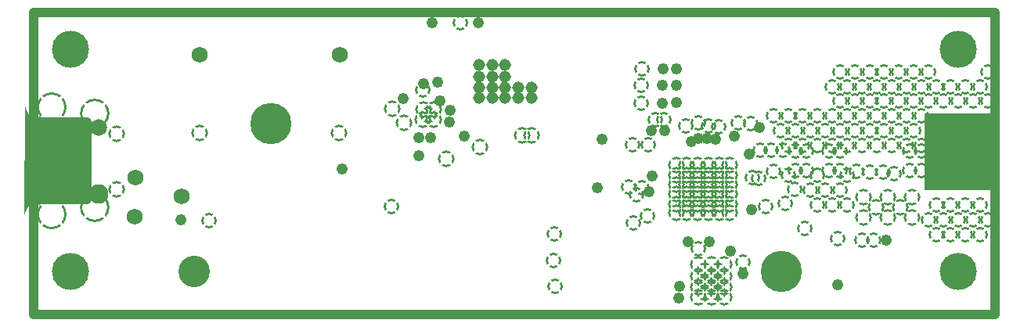
<source format=gbr>
%TF.GenerationSoftware,Altium Limited,Altium Designer,20.0.13 (296)*%
G04 Layer_Physical_Order=2*
G04 Layer_Color=32768*
%FSLAX45Y45*%
%MOMM*%
%TF.FileFunction,Copper,L2,Inr,Plane*%
%TF.Part,Single*%
G01*
G75*
%TA.AperFunction,NonConductor*%
%ADD71C,1.01600*%
%ADD72R,7.60000X8.40000*%
%TA.AperFunction,ComponentPad*%
%ADD73C,3.40600*%
%ADD74C,4.46600*%
%ADD75C,2.11600*%
%ADD76C,1.82600*%
G04:AMPARAMS|DCode=77|XSize=3.234mm|YSize=3.234mm|CornerRadius=0mm|HoleSize=0mm|Usage=FLASHONLY|Rotation=0.000|XOffset=0mm|YOffset=0mm|HoleType=Round|Shape=Relief|Width=0.254mm|Gap=0.254mm|Entries=4|*
%AMTHD77*
7,0,0,3.23400,2.72600,0.25400,45*
%
%ADD77THD77*%
G04:AMPARAMS|DCode=78|XSize=3.204mm|YSize=3.204mm|CornerRadius=0mm|HoleSize=0mm|Usage=FLASHONLY|Rotation=0.000|XOffset=0mm|YOffset=0mm|HoleType=Round|Shape=Relief|Width=0.254mm|Gap=0.254mm|Entries=4|*
%AMTHD78*
7,0,0,3.20400,2.69600,0.25400,45*
%
%ADD78THD78*%
%TA.AperFunction,ViaPad*%
G04:AMPARAMS|DCode=79|XSize=1.724mm|YSize=1.724mm|CornerRadius=0mm|HoleSize=0mm|Usage=FLASHONLY|Rotation=0.000|XOffset=0mm|YOffset=0mm|HoleType=Round|Shape=Relief|Width=0.254mm|Gap=0.254mm|Entries=4|*
%AMTHD79*
7,0,0,1.72400,1.21600,0.25400,45*
%
%ADD79THD79*%
G04:AMPARAMS|DCode=80|XSize=1.824mm|YSize=1.824mm|CornerRadius=0mm|HoleSize=0mm|Usage=FLASHONLY|Rotation=0.000|XOffset=0mm|YOffset=0mm|HoleType=Round|Shape=Relief|Width=0.254mm|Gap=0.254mm|Entries=4|*
%AMTHD80*
7,0,0,1.82400,1.31600,0.25400,45*
%
%ADD80THD80*%
%ADD81C,1.21600*%
%ADD82C,1.31600*%
%ADD83C,1.72720*%
%ADD84C,4.01600*%
G36*
X1507031Y6195735D02*
X1515211Y6157334D01*
X1530726Y6121267D01*
X1552979Y6088919D01*
X1581115Y6061535D01*
X1614053Y6040165D01*
X1650527Y6025632D01*
X1689135Y6018494D01*
X1708778Y6017796D01*
X2173862Y6017153D01*
X2173981Y5174003D01*
X1698877Y5175694D01*
Y5175694D01*
X1679260Y5174464D01*
X1640859Y5166284D01*
X1604792Y5150769D01*
X1572444Y5128516D01*
X1545060Y5100380D01*
X1523690Y5067442D01*
X1509158Y5030969D01*
X1502019Y4992360D01*
X1501321Y4972718D01*
X1505801Y6215352D01*
X1507031Y6195735D01*
D02*
G37*
D71*
X12000000Y3932000D02*
Y7200000D01*
X1600000D02*
X12000000D01*
X1600000D02*
X1600352Y6049054D01*
X1614053Y6040165D01*
X1600628Y5147905D02*
X1604792Y5150769D01*
X1600628Y5147905D02*
X1601000Y3932000D01*
X1614053Y6040165D02*
X1650527Y6025632D01*
X1689135Y6018494D01*
X1708778Y6017796D01*
X2173862Y6017153D01*
X2173981Y5174003D01*
X1698877Y5175694D02*
X2173981Y5174003D01*
X1698877Y5175694D02*
Y5175694D01*
X1679260Y5174464D02*
X1698877Y5175694D01*
X1640859Y5166284D02*
X1679260Y5174464D01*
X1604792Y5150769D02*
X1640859Y5166284D01*
X1601000Y3932000D02*
X12000000D01*
D72*
X11620000Y5690000D02*
D03*
D73*
X3337000Y4400000D02*
D03*
D74*
X4170000Y6000000D02*
D03*
X9690000Y4400000D02*
D03*
D75*
X2302500Y5240000D02*
D03*
D76*
Y5960000D02*
D03*
D77*
X1797500Y5020000D02*
D03*
Y6180000D02*
D03*
D78*
X2264500Y5090000D02*
D03*
Y6110000D02*
D03*
D79*
X11919995Y6559997D02*
D03*
X11839995Y6399997D02*
D03*
X11919995Y6239997D02*
D03*
X11839995Y5119998D02*
D03*
X11919995Y4959998D02*
D03*
X11839995Y4799998D02*
D03*
X11679995Y6399997D02*
D03*
X11759995Y6239997D02*
D03*
X11679995Y5119998D02*
D03*
X11759995Y4959998D02*
D03*
X11679995Y4799998D02*
D03*
X11519995Y6399997D02*
D03*
X11599995Y6239997D02*
D03*
X11519995Y5119998D02*
D03*
X11599995Y4959998D02*
D03*
X11519995Y4799998D02*
D03*
X11359995Y6399997D02*
D03*
X11439995Y6239997D02*
D03*
X11359995Y5119998D02*
D03*
X11439995Y4959998D02*
D03*
X11359995Y4799998D02*
D03*
X11279995Y6559997D02*
D03*
X11199995Y6399997D02*
D03*
X11279995Y6239997D02*
D03*
X11199995Y6079997D02*
D03*
Y5759998D02*
D03*
X11279995Y4959998D02*
D03*
X11119995Y6559997D02*
D03*
X11039995Y6399997D02*
D03*
X11119995Y6239997D02*
D03*
X11039995Y6079997D02*
D03*
X11119995Y5919998D02*
D03*
X11039995Y5759998D02*
D03*
X10959995Y6559997D02*
D03*
X10879996Y6399997D02*
D03*
X10959995Y6239997D02*
D03*
X10879996Y6079997D02*
D03*
X10959995Y5919998D02*
D03*
X10879996Y5759998D02*
D03*
X10799995Y6559997D02*
D03*
X10719996Y6399997D02*
D03*
X10799995Y6239997D02*
D03*
X10719996Y6079997D02*
D03*
X10799995Y5919998D02*
D03*
X10719996Y5759998D02*
D03*
X10639995Y6559997D02*
D03*
X10559996Y6399997D02*
D03*
X10639995Y6239997D02*
D03*
X10559996Y6079997D02*
D03*
X10639995Y5919998D02*
D03*
X10559996Y5759998D02*
D03*
X10479996Y6559997D02*
D03*
X10399996Y6399997D02*
D03*
X10479996Y6239997D02*
D03*
X10399996Y6079997D02*
D03*
X10479996Y5919998D02*
D03*
X10399996Y5759998D02*
D03*
Y5439998D02*
D03*
Y5119998D02*
D03*
X10319996Y6559997D02*
D03*
X10239996Y6399997D02*
D03*
X10319996Y6239997D02*
D03*
X10239996Y6079997D02*
D03*
X10319996Y5919998D02*
D03*
X10239996Y5759998D02*
D03*
X10319996Y5279998D02*
D03*
X10239996Y5119998D02*
D03*
X10079996Y6079997D02*
D03*
X10159996Y5919998D02*
D03*
X10079996Y5759998D02*
D03*
Y5439998D02*
D03*
X10159996Y5279998D02*
D03*
X10079996Y5119998D02*
D03*
X9919996Y6079997D02*
D03*
X9999996Y5919998D02*
D03*
X9919996Y5759998D02*
D03*
X9999996Y5279998D02*
D03*
X9759996Y6079997D02*
D03*
X9839996Y5919998D02*
D03*
X9759996Y5759998D02*
D03*
Y5439998D02*
D03*
X9599996Y6079997D02*
D03*
X9679996Y5919998D02*
D03*
X6220000Y7090000D02*
D03*
X3500000Y4950000D02*
D03*
X10640000Y5470000D02*
D03*
X9700000Y5710000D02*
D03*
X9600000Y5480000D02*
D03*
X9580000Y5710000D02*
D03*
X9460000D02*
D03*
X10910000Y5460000D02*
D03*
X10790000Y5470000D02*
D03*
X10500000Y5480000D02*
D03*
X11080000Y5490000D02*
D03*
X11200000D02*
D03*
Y5700000D02*
D03*
X11080000D02*
D03*
X10200000Y5490000D02*
D03*
X10320000D02*
D03*
Y5700000D02*
D03*
X10200000D02*
D03*
X9840000D02*
D03*
X9960000D02*
D03*
Y5490000D02*
D03*
X9840000D02*
D03*
X9517235Y5103122D02*
D03*
X5809988Y6359987D02*
D03*
X8790000Y4640000D02*
D03*
X9370000Y5410000D02*
D03*
X9439999Y5402700D02*
D03*
X8180000Y6590000D02*
D03*
X8170000Y6220000D02*
D03*
X10300000Y4750000D02*
D03*
X5470000Y5100000D02*
D03*
X8034000Y5314000D02*
D03*
X8177000Y5304000D02*
D03*
X8076000Y5769600D02*
D03*
X8246000D02*
D03*
X9939600Y4860000D02*
D03*
X8655000Y5969000D02*
D03*
X8786000Y6004600D02*
D03*
X8320000Y6040000D02*
D03*
X8170000Y6410000D02*
D03*
X9270000Y4500000D02*
D03*
X8240000Y5000000D02*
D03*
X10560000Y4740000D02*
D03*
X10690000D02*
D03*
X9830000Y5290000D02*
D03*
X9729367Y5131407D02*
D03*
X9361000Y6001000D02*
D03*
X9222000Y6004000D02*
D03*
X9007000Y5966000D02*
D03*
X8902000Y5971000D02*
D03*
X8420000Y6040000D02*
D03*
X8123000Y5229000D02*
D03*
X8090000Y4920000D02*
D03*
X7238000Y4239000D02*
D03*
X7228000Y4804000D02*
D03*
X7225000Y4516000D02*
D03*
D80*
X10970000Y5090000D02*
D03*
X10710000D02*
D03*
X11100000Y5200000D02*
D03*
X10580000D02*
D03*
X10836000D02*
D03*
X10840000Y4980000D02*
D03*
X11100000D02*
D03*
X10580000D02*
D03*
X8550000Y5550000D02*
D03*
Y5440000D02*
D03*
Y5340000D02*
D03*
Y5240000D02*
D03*
Y5130000D02*
D03*
X8660000Y5030000D02*
D03*
X8780000D02*
D03*
X8900000D02*
D03*
X9020000D02*
D03*
X2500000Y5890000D02*
D03*
Y5290000D02*
D03*
X8660000Y5240000D02*
D03*
X8780000D02*
D03*
X8900000D02*
D03*
X9020000D02*
D03*
X9130000D02*
D03*
Y5130000D02*
D03*
X9020000D02*
D03*
X8900000D02*
D03*
X8780000D02*
D03*
X8660000D02*
D03*
X9130000Y5030000D02*
D03*
X8550000D02*
D03*
X8660000Y5340000D02*
D03*
X8780000D02*
D03*
X8900000D02*
D03*
X9020000D02*
D03*
X9130000D02*
D03*
X8660000Y5440000D02*
D03*
X8780000D02*
D03*
X8900000D02*
D03*
X9020000D02*
D03*
X9130000D02*
D03*
Y5550000D02*
D03*
X9020000D02*
D03*
X8900000D02*
D03*
X8780000D02*
D03*
X8660000D02*
D03*
X9000000Y4170000D02*
D03*
X8860000D02*
D03*
Y4290000D02*
D03*
X9000000D02*
D03*
Y4410000D02*
D03*
X8860000D02*
D03*
X8790000Y4120000D02*
D03*
X9070000D02*
D03*
X8930000D02*
D03*
X8790000Y4230000D02*
D03*
X9070000D02*
D03*
X8930000D02*
D03*
X8790000Y4350000D02*
D03*
X9070000D02*
D03*
X8930000D02*
D03*
X9070000Y4470000D02*
D03*
X8930000D02*
D03*
X8790000D02*
D03*
X5608000Y6003000D02*
D03*
X5481000Y6155000D02*
D03*
X6060000Y5613000D02*
D03*
X6425000Y5743000D02*
D03*
X6881000Y5869000D02*
D03*
X6986000Y5871000D02*
D03*
X5872000Y6095000D02*
D03*
X5813000Y6038000D02*
D03*
X5929000Y6037000D02*
D03*
Y6152000D02*
D03*
X5816000Y6151000D02*
D03*
X4900000Y5900000D02*
D03*
X3400000D02*
D03*
D81*
X6410000Y7090000D02*
D03*
X5910000D02*
D03*
X3190000Y4960000D02*
D03*
X9340000Y5670000D02*
D03*
X8680000Y4720000D02*
D03*
X8580000Y4110000D02*
D03*
X8590000Y4240000D02*
D03*
X6260000Y5860000D02*
D03*
X5970000Y6450000D02*
D03*
X6000000Y6240000D02*
D03*
X5600000Y6270000D02*
D03*
X5819988Y6429987D02*
D03*
X8910000Y4720000D02*
D03*
X9450000Y5960000D02*
D03*
X9366326Y5066326D02*
D03*
X8550000Y6230000D02*
D03*
Y6410000D02*
D03*
Y6590000D02*
D03*
X8410000D02*
D03*
X8400000Y6220000D02*
D03*
Y6410000D02*
D03*
X9180000Y5860000D02*
D03*
X10300000Y4250000D02*
D03*
X8980000Y5830000D02*
D03*
X8880000Y5840000D02*
D03*
X8790000D02*
D03*
X8423000Y5924000D02*
D03*
X8280000Y5920000D02*
D03*
X5770000Y5850000D02*
D03*
Y5650000D02*
D03*
X8290000Y5430000D02*
D03*
X8260000Y5260000D02*
D03*
X7700000Y5300000D02*
D03*
X7750000Y5830000D02*
D03*
X8710000Y5800000D02*
D03*
X6110000Y6140000D02*
D03*
X6098000Y6016000D02*
D03*
X5890100Y5850000D02*
D03*
X4940000Y5510000D02*
D03*
X10820000Y4740000D02*
D03*
X9140000Y4620000D02*
D03*
X9270000Y4370000D02*
D03*
D82*
X6420000Y6280000D02*
D03*
X6560000D02*
D03*
X6700000D02*
D03*
X6840000D02*
D03*
X6990000D02*
D03*
X6420000Y6390000D02*
D03*
X6560000D02*
D03*
X6700000D02*
D03*
X6840000D02*
D03*
X6990000D02*
D03*
X6420000Y6510000D02*
D03*
X6560000D02*
D03*
X6700000D02*
D03*
Y6630000D02*
D03*
X6560000D02*
D03*
X6420000D02*
D03*
D83*
X3400000Y6740000D02*
D03*
X4910000D02*
D03*
X3200000Y5210000D02*
D03*
X2690000Y4990000D02*
D03*
X2700000Y5410000D02*
D03*
D84*
X2000000Y4400000D02*
D03*
X11600000D02*
D03*
Y6800000D02*
D03*
X2000000D02*
D03*
%TF.MD5,2fcd7f69cb679e282697cdceb72b032e*%
M02*

</source>
